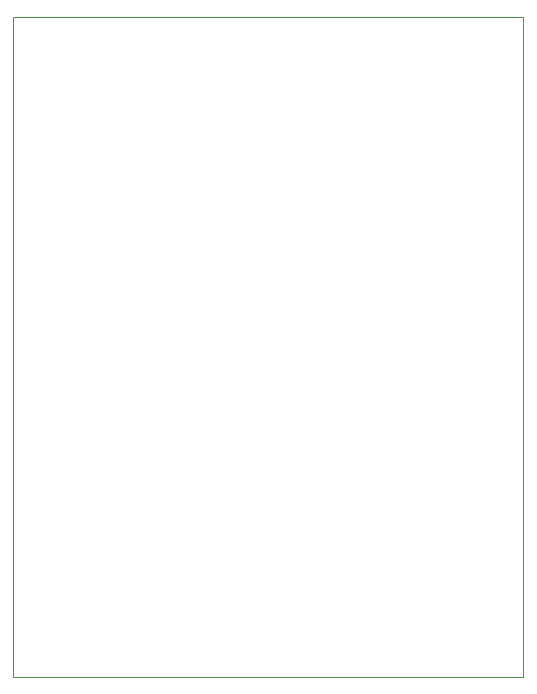
<source format=gbr>
%TF.GenerationSoftware,KiCad,Pcbnew,(6.0.5)*%
%TF.CreationDate,2022-06-27T13:36:48+02:00*%
%TF.ProjectId,luftTempProjekt,6c756674-5465-46d7-9050-726f6a656b74,rev?*%
%TF.SameCoordinates,Original*%
%TF.FileFunction,Profile,NP*%
%FSLAX46Y46*%
G04 Gerber Fmt 4.6, Leading zero omitted, Abs format (unit mm)*
G04 Created by KiCad (PCBNEW (6.0.5)) date 2022-06-27 13:36:48*
%MOMM*%
%LPD*%
G01*
G04 APERTURE LIST*
%TA.AperFunction,Profile*%
%ADD10C,0.100000*%
%TD*%
G04 APERTURE END LIST*
D10*
X116840000Y-68580000D02*
X160020000Y-68580000D01*
X160020000Y-68580000D02*
X160020000Y-124460000D01*
X160020000Y-124460000D02*
X116840000Y-124460000D01*
X116840000Y-124460000D02*
X116840000Y-68580000D01*
M02*

</source>
